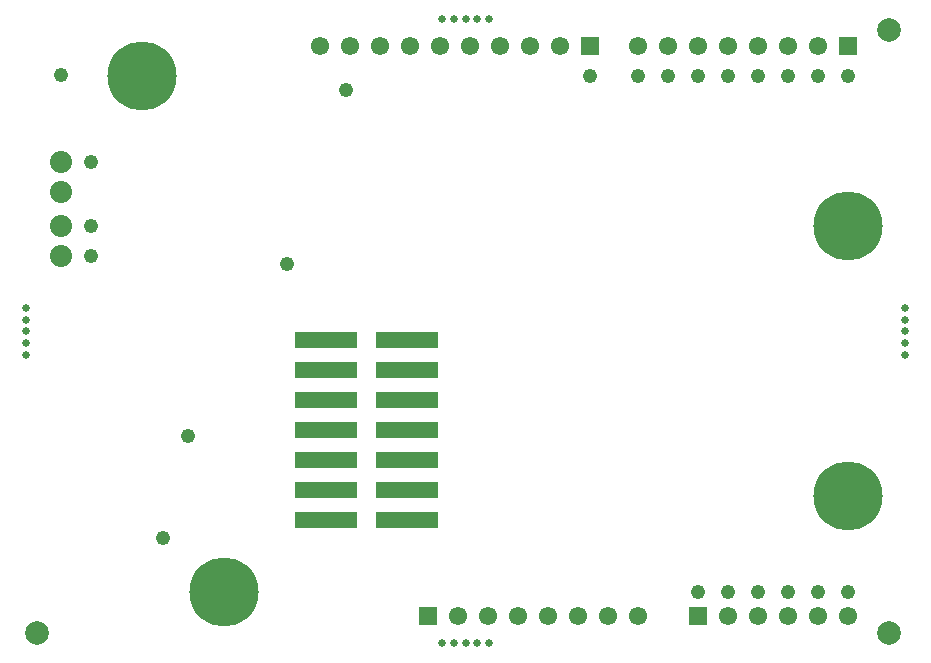
<source format=gbs>
G04 (created by PCBNEW (2013-07-07 BZR 4022)-stable) date 10/25/2016 10:24:25 PM*
%MOIN*%
G04 Gerber Fmt 3.4, Leading zero omitted, Abs format*
%FSLAX34Y34*%
G01*
G70*
G90*
G04 APERTURE LIST*
%ADD10C,0.00590551*%
%ADD11C,0.230409*%
%ADD12C,0.048*%
%ADD13C,0.025685*%
%ADD14R,0.061X0.061*%
%ADD15C,0.061*%
%ADD16R,0.206X0.056*%
%ADD17C,0.0787402*%
%ADD18C,0.0737165*%
G04 APERTURE END LIST*
G54D10*
G54D11*
X85000Y-46000D03*
X64200Y-58200D03*
X61450Y-41000D03*
X85000Y-55000D03*
G54D12*
X81000Y-41000D03*
X83000Y-41000D03*
X84000Y-41000D03*
X68250Y-41450D03*
X85000Y-41000D03*
X85000Y-58200D03*
X84000Y-58200D03*
X83000Y-58200D03*
X82000Y-58200D03*
X81000Y-58200D03*
X80000Y-58200D03*
X66300Y-47250D03*
X59750Y-46000D03*
X80000Y-41000D03*
X82000Y-41000D03*
X79000Y-41000D03*
X63000Y-53000D03*
X62150Y-56400D03*
X76400Y-41000D03*
X78000Y-41000D03*
X59750Y-47000D03*
X58750Y-40950D03*
X59750Y-43850D03*
G54D13*
X71856Y-59900D03*
X71462Y-59900D03*
X72250Y-59900D03*
X72643Y-59900D03*
X73037Y-59900D03*
X72643Y-39100D03*
X73037Y-39100D03*
X72250Y-39100D03*
X71856Y-39100D03*
X71462Y-39100D03*
X57600Y-49106D03*
X57600Y-48712D03*
X57600Y-49500D03*
X57600Y-49893D03*
X57600Y-50287D03*
X86900Y-49893D03*
X86900Y-50287D03*
X86900Y-49500D03*
X86900Y-49106D03*
X86900Y-48712D03*
G54D14*
X80000Y-59000D03*
G54D15*
X81000Y-59000D03*
X82000Y-59000D03*
X83000Y-59000D03*
X84000Y-59000D03*
X85000Y-59000D03*
G54D14*
X85000Y-40000D03*
G54D15*
X84000Y-40000D03*
X83000Y-40000D03*
X82000Y-40000D03*
X81000Y-40000D03*
X80000Y-40000D03*
X79000Y-40000D03*
X78000Y-40000D03*
G54D14*
X76400Y-40000D03*
G54D15*
X75400Y-40000D03*
X74400Y-40000D03*
X73400Y-40000D03*
X72400Y-40000D03*
X71400Y-40000D03*
X70400Y-40000D03*
X69400Y-40000D03*
X68400Y-40000D03*
X67400Y-40000D03*
G54D14*
X71000Y-59000D03*
G54D15*
X72000Y-59000D03*
X73000Y-59000D03*
X74000Y-59000D03*
X75000Y-59000D03*
X76000Y-59000D03*
X77000Y-59000D03*
X78000Y-59000D03*
G54D16*
X70300Y-49800D03*
X70300Y-50800D03*
X70300Y-51800D03*
X70300Y-52800D03*
X70300Y-53800D03*
X70300Y-54800D03*
X70300Y-55800D03*
X67600Y-55800D03*
X67600Y-54800D03*
X67600Y-53800D03*
X67600Y-52800D03*
X67600Y-51800D03*
X67600Y-50800D03*
X67600Y-49800D03*
G54D17*
X86350Y-39450D03*
X86350Y-59550D03*
X57950Y-59550D03*
G54D18*
X58750Y-46000D03*
X58750Y-47000D03*
X58750Y-44850D03*
X58750Y-43850D03*
M02*

</source>
